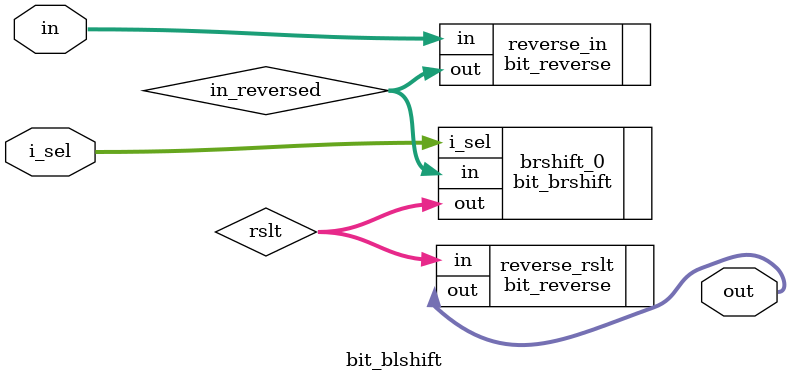
<source format=sv>
module bit_blshift
  #(
    parameter WIDTH = 4
    )
(
 input logic [WIDTH-1:0]  in,
 input logic [WIDTH-1:0]  i_sel,
 output logic [WIDTH-1:0] out
);

/* verilator lint_off UNOPTFLAT */
logic [WIDTH-1:0]         in_reversed;
logic [WIDTH-1:0]         rslt;

bit_reverse #(.WIDTH(WIDTH)) reverse_in  (.in(in), .out(in_reversed));
bit_brshift #(.WIDTH(WIDTH)) brshift_0   (.in(in_reversed), .i_sel(i_sel), .out(rslt));
bit_reverse #(.WIDTH(WIDTH)) reverse_rslt(.in(rslt), .out(out));

endmodule

</source>
